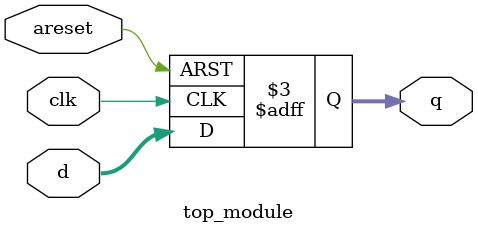
<source format=v>
module top_module (
    input clk,
    input areset,   // active high asynchronous reset
    input [7:0] d,
    output reg [7:0] q
);
    always@(posedge clk or posedge areset)
        begin 
            if(areset == 1)
                q<=0;
            else
                q<=d;
        end

endmodule

</source>
